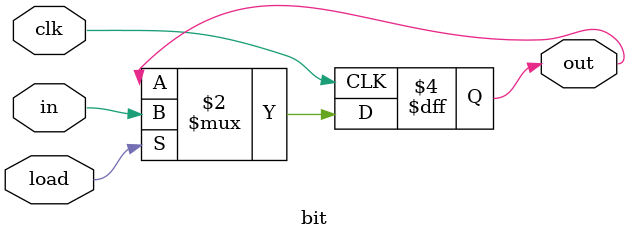
<source format=v>
`timescale 1ns / 1ps
 

module bit(
    input wire in,
    input wire load,
    input wire clk,
    output reg out
    );
    
    always@(posedge clk)begin
        if(load)
            out <= in; // Capture input when load is high
            // Otherwise, retain the previous value of out
    end
    
endmodule

</source>
